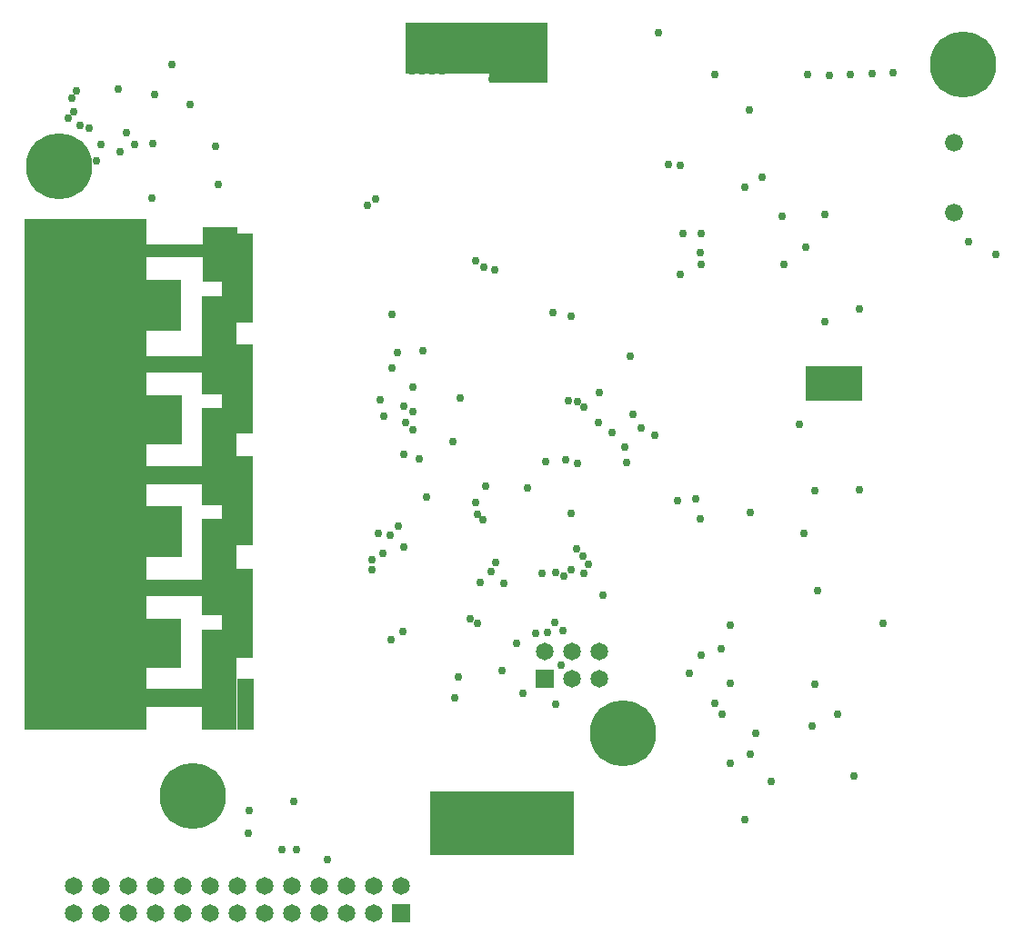
<source format=gbs>
%FSLAX25Y25*%
%MOIN*%
G70*
G01*
G75*
G04 Layer_Color=16711935*
%ADD10R,0.03543X0.02756*%
%ADD11R,0.02756X0.03543*%
%ADD12R,0.03150X0.03543*%
%ADD13R,0.01181X0.02559*%
%ADD14R,0.13780X0.08465*%
%ADD15R,0.05315X0.11024*%
%ADD16R,0.05906X0.13386*%
%ADD17R,0.03937X0.21654*%
%ADD18R,0.03347X0.01378*%
%ADD19R,0.02559X0.01181*%
%ADD20R,0.03543X0.03150*%
%ADD21C,0.03937*%
%ADD22R,0.13386X0.05906*%
%ADD23R,0.17716X0.03937*%
%ADD24R,0.12402X0.12402*%
%ADD25O,0.04134X0.00787*%
%ADD26O,0.00787X0.04134*%
%ADD27O,0.02362X0.08661*%
%ADD28R,0.21654X0.03937*%
%ADD29R,0.02756X0.13583*%
%ADD30R,0.25590X0.05709*%
%ADD31R,0.02362X0.04331*%
%ADD32R,0.01378X0.03543*%
%ADD33R,0.21850X0.21260*%
%ADD34R,0.03937X0.12008*%
%ADD35R,0.02362X0.03543*%
%ADD36R,0.03543X0.02362*%
%ADD37R,0.05118X0.07087*%
%ADD38R,0.07087X0.05118*%
%ADD39O,0.08661X0.02362*%
%ADD40R,0.04528X0.06890*%
%ADD41R,0.09055X0.12205*%
%ADD42R,0.00980X0.04331*%
%ADD43R,0.05000X0.11496*%
%ADD44R,0.11496X0.05000*%
%ADD45R,0.09449X0.06693*%
%ADD46O,0.01181X0.07087*%
%ADD47O,0.07087X0.01181*%
%ADD48R,0.15157X0.20276*%
%ADD49R,0.12205X0.07874*%
%ADD50R,0.03347X0.04134*%
%ADD51R,0.04134X0.03347*%
%ADD52R,0.03937X0.17716*%
%ADD53R,0.12598X0.03937*%
%ADD54R,0.01378X0.03347*%
%ADD55R,0.06890X0.04528*%
%ADD56C,0.00800*%
%ADD57C,0.01200*%
%ADD58C,0.00600*%
%ADD59C,0.02000*%
%ADD60C,0.01000*%
%ADD61C,0.02500*%
%ADD62C,0.01500*%
%ADD63R,0.10255X0.13405*%
%ADD64R,0.05906X0.05906*%
%ADD65C,0.05906*%
%ADD66C,0.23622*%
%ADD67C,0.06000*%
%ADD68C,0.02400*%
%ADD69C,0.04000*%
%ADD70C,0.05943*%
%ADD71C,0.05550*%
%ADD72C,0.03600*%
%ADD73C,0.14998*%
%ADD74C,0.00984*%
%ADD75C,0.02362*%
%ADD76C,0.01575*%
%ADD77C,0.00787*%
%ADD78R,0.06700X0.01600*%
%ADD79R,0.01600X0.06700*%
%ADD80R,0.12900X0.03400*%
%ADD81R,0.14400X0.11900*%
%ADD82R,0.04143X0.03356*%
%ADD83R,0.03356X0.04143*%
%ADD84R,0.03750X0.04143*%
%ADD85R,0.00630X0.02008*%
%ADD86R,0.14379X0.09065*%
%ADD87R,0.05915X0.11624*%
%ADD88R,0.05306X0.12786*%
%ADD89R,0.03337X0.21054*%
%ADD90R,0.02795X0.00827*%
%ADD91R,0.02008X0.00630*%
%ADD92R,0.04143X0.03750*%
%ADD93R,0.12786X0.05306*%
%ADD94R,0.17116X0.03337*%
%ADD95R,0.11402X0.11402*%
%ADD96O,0.03934X0.00587*%
%ADD97O,0.00587X0.03934*%
%ADD98O,0.02962X0.09261*%
%ADD99R,0.21054X0.03337*%
%ADD100R,0.02156X0.12983*%
%ADD101R,0.26191X0.06309*%
%ADD102R,0.02962X0.04931*%
%ADD103R,0.00827X0.02992*%
%ADD104R,0.22450X0.21860*%
%ADD105R,0.04537X0.12608*%
%ADD106R,0.02962X0.04143*%
%ADD107R,0.04143X0.02962*%
%ADD108R,0.04518X0.06487*%
%ADD109R,0.06487X0.04518*%
%ADD110O,0.08061X0.01762*%
%ADD111O,0.01762X0.08061*%
%ADD112R,0.05128X0.07490*%
%ADD113R,0.08455X0.11605*%
%ADD114R,0.00780X0.04131*%
%ADD115R,0.04400X0.10896*%
%ADD116R,0.10896X0.04400*%
%ADD117R,0.08849X0.06093*%
%ADD118O,0.01781X0.07687*%
%ADD119O,0.07687X0.01781*%
%ADD120R,0.15757X0.20876*%
%ADD121R,0.11605X0.07274*%
%ADD122R,0.03947X0.04734*%
%ADD123R,0.04734X0.03947*%
%ADD124R,0.03337X0.17116*%
%ADD125R,0.11998X0.03337*%
%ADD126R,0.00827X0.02795*%
%ADD127R,0.07490X0.05128*%
%ADD128R,0.01781X0.03159*%
%ADD129R,0.06506X0.13986*%
%ADD130R,0.04537X0.22253*%
%ADD131R,0.03947X0.01978*%
%ADD132R,0.03159X0.01781*%
%ADD133C,0.11811*%
%ADD134R,0.13986X0.06506*%
%ADD135R,0.18316X0.04537*%
%ADD136R,0.13002X0.13002*%
%ADD137O,0.04734X0.01387*%
%ADD138O,0.01387X0.04734*%
%ADD139R,0.22253X0.04537*%
%ADD140R,0.03356X0.14183*%
%ADD141R,0.01978X0.04143*%
%ADD142R,0.05718X0.07687*%
%ADD143R,0.07687X0.05718*%
%ADD144O,0.09261X0.02962*%
%ADD145R,0.09655X0.12805*%
%ADD146R,0.01580X0.04931*%
%ADD147R,0.05600X0.12096*%
%ADD148R,0.12096X0.05600*%
%ADD149R,0.10049X0.07293*%
%ADD150R,0.12805X0.08474*%
%ADD151R,0.04537X0.18316*%
%ADD152R,0.13198X0.04537*%
%ADD153R,0.01978X0.03947*%
%ADD154R,0.06506X0.06506*%
%ADD155C,0.06506*%
%ADD156C,0.24222*%
%ADD157C,0.06600*%
%ADD158C,0.03000*%
%ADD159R,0.05900X0.18500*%
%ADD160R,0.05900X0.32600*%
%ADD161R,0.14500X0.18600*%
%ADD162R,0.14500X0.18000*%
%ADD163R,0.14500X0.18200*%
%ADD164R,0.23700X0.05000*%
%ADD165R,0.23700X0.06100*%
%ADD166R,0.23700X0.06600*%
%ADD167R,0.23700X0.06200*%
%ADD168R,0.23700X0.06900*%
%ADD169R,0.44700X1.87200*%
%ADD170R,0.20600X0.13100*%
%ADD171R,0.12900X0.20400*%
%ADD172R,0.12900X0.36900*%
%ADD173R,0.05700X0.07300*%
%ADD174R,0.12800X0.20400*%
%ADD175R,0.05900X0.07300*%
%ADD176R,0.21400X0.03200*%
%ADD177R,0.52100X0.18900*%
%ADD178R,0.52600X0.23500*%
%ADD179R,0.13100X0.20400*%
D154*
X139900Y6500D02*
D03*
X192300Y92500D02*
D03*
D155*
X139900Y16500D02*
D03*
X129900Y6500D02*
D03*
Y16500D02*
D03*
X119900Y6500D02*
D03*
Y16500D02*
D03*
X109900Y6500D02*
D03*
Y16500D02*
D03*
X99900Y6500D02*
D03*
Y16500D02*
D03*
X89900Y6500D02*
D03*
Y16500D02*
D03*
X79900Y6500D02*
D03*
Y16500D02*
D03*
X69900Y6500D02*
D03*
Y16500D02*
D03*
X59900Y6500D02*
D03*
Y16500D02*
D03*
X49900Y6500D02*
D03*
Y16500D02*
D03*
X39900Y6500D02*
D03*
Y16500D02*
D03*
X29900Y6500D02*
D03*
Y16500D02*
D03*
X19900Y6500D02*
D03*
Y16500D02*
D03*
X212300Y102500D02*
D03*
Y92500D02*
D03*
X202300Y102500D02*
D03*
Y92500D02*
D03*
X192300Y102500D02*
D03*
D156*
X14300Y280600D02*
D03*
X345900Y318100D02*
D03*
X221000Y72600D02*
D03*
X63300Y49600D02*
D03*
D157*
X342400Y289195D02*
D03*
Y263605D02*
D03*
D158*
X77531Y90038D02*
D03*
Y85707D02*
D03*
Y81376D02*
D03*
X73200Y90038D02*
D03*
Y85707D02*
D03*
Y81376D02*
D03*
X68869Y90038D02*
D03*
Y85707D02*
D03*
Y81376D02*
D03*
Y122276D02*
D03*
Y126607D02*
D03*
Y130938D02*
D03*
X73200Y122276D02*
D03*
Y126607D02*
D03*
Y130938D02*
D03*
X77531Y122276D02*
D03*
Y126607D02*
D03*
Y130938D02*
D03*
Y171838D02*
D03*
Y167507D02*
D03*
Y163176D02*
D03*
X73200Y171838D02*
D03*
Y167507D02*
D03*
Y163176D02*
D03*
X68869Y171838D02*
D03*
Y167507D02*
D03*
Y163176D02*
D03*
Y204076D02*
D03*
Y208407D02*
D03*
Y212738D02*
D03*
X73200Y204076D02*
D03*
Y208407D02*
D03*
Y212738D02*
D03*
X77531Y204076D02*
D03*
Y208407D02*
D03*
Y212738D02*
D03*
Y253638D02*
D03*
Y249307D02*
D03*
Y244976D02*
D03*
X73200Y253638D02*
D03*
Y249307D02*
D03*
Y244976D02*
D03*
X68869Y253638D02*
D03*
Y249307D02*
D03*
Y244976D02*
D03*
X294249Y199004D02*
D03*
Y203335D02*
D03*
X298579Y199004D02*
D03*
Y203335D02*
D03*
X302910Y199004D02*
D03*
Y203335D02*
D03*
X357600Y248200D02*
D03*
X136200Y107100D02*
D03*
X176700Y95700D02*
D03*
X182200Y105600D02*
D03*
X167700Y112900D02*
D03*
X165000Y114500D02*
D03*
X177400Y127500D02*
D03*
X140300Y110000D02*
D03*
X83600Y36100D02*
D03*
X170000Y243600D02*
D03*
X174200Y242700D02*
D03*
X167000Y246000D02*
D03*
X188800Y30900D02*
D03*
X185100D02*
D03*
X181400D02*
D03*
X199900D02*
D03*
X196200D02*
D03*
X192500D02*
D03*
X188800Y34000D02*
D03*
X185100D02*
D03*
X181400D02*
D03*
X166800Y31000D02*
D03*
X199900Y34000D02*
D03*
X196200D02*
D03*
X192500D02*
D03*
X163100Y30900D02*
D03*
X159400D02*
D03*
X155700D02*
D03*
X152000D02*
D03*
X170500Y31000D02*
D03*
X188800Y49000D02*
D03*
X185100D02*
D03*
X181400D02*
D03*
X166800Y46000D02*
D03*
X199900Y49000D02*
D03*
X196200D02*
D03*
X192500D02*
D03*
X163100Y45900D02*
D03*
X159400D02*
D03*
X155700D02*
D03*
X152000D02*
D03*
X170500Y46000D02*
D03*
Y43000D02*
D03*
Y39900D02*
D03*
X152000Y42900D02*
D03*
X155700D02*
D03*
X159400D02*
D03*
X163100D02*
D03*
Y33800D02*
D03*
Y39800D02*
D03*
Y36800D02*
D03*
X159400D02*
D03*
Y39800D02*
D03*
X155700D02*
D03*
X152000D02*
D03*
Y36800D02*
D03*
X155700D02*
D03*
X159400Y33800D02*
D03*
X192500Y46000D02*
D03*
X196200D02*
D03*
X199900D02*
D03*
Y39900D02*
D03*
Y42900D02*
D03*
X196200D02*
D03*
X188800D02*
D03*
X192500D02*
D03*
Y39900D02*
D03*
Y36900D02*
D03*
X196200Y39900D02*
D03*
Y36900D02*
D03*
X199900D02*
D03*
X188800D02*
D03*
X185100Y39900D02*
D03*
Y36900D02*
D03*
X181400Y42900D02*
D03*
X188800Y39900D02*
D03*
X181400D02*
D03*
Y36900D02*
D03*
X170500D02*
D03*
Y33900D02*
D03*
X166800Y36900D02*
D03*
Y33900D02*
D03*
X185100Y42900D02*
D03*
X166800Y39900D02*
D03*
Y43000D02*
D03*
X181400Y46000D02*
D03*
X185100D02*
D03*
X188800D02*
D03*
X152000Y33800D02*
D03*
X155700D02*
D03*
X288748Y314348D02*
D03*
X320100Y314900D02*
D03*
X312500Y314600D02*
D03*
X280100Y244600D02*
D03*
X304400Y314400D02*
D03*
X296600Y314000D02*
D03*
X272100Y276800D02*
D03*
X279500Y262300D02*
D03*
X223600Y211100D02*
D03*
X221700Y177800D02*
D03*
X202200Y225700D02*
D03*
X130400Y268800D02*
D03*
X48500Y268900D02*
D03*
X267900Y65100D02*
D03*
X260300Y61781D02*
D03*
X161500Y195800D02*
D03*
X257000Y103500D02*
D03*
X112900Y26300D02*
D03*
X136500Y206500D02*
D03*
X132100Y194900D02*
D03*
X138700Y148500D02*
D03*
X135900Y145400D02*
D03*
X131500Y146100D02*
D03*
X129200Y136300D02*
D03*
X129000Y132500D02*
D03*
X192700Y172200D02*
D03*
X160600Y93400D02*
D03*
X292500Y124900D02*
D03*
X147900Y213000D02*
D03*
X149100Y159300D02*
D03*
X29600Y288600D02*
D03*
X42200Y288800D02*
D03*
X36000Y308900D02*
D03*
X245300Y94600D02*
D03*
X39000Y293000D02*
D03*
X25300Y294500D02*
D03*
X48700Y288900D02*
D03*
X71800Y288100D02*
D03*
X62500Y303400D02*
D03*
X49300Y307000D02*
D03*
X127500Y266200D02*
D03*
X174500Y135300D02*
D03*
X169800Y150900D02*
D03*
X172900Y131900D02*
D03*
X136300Y226300D02*
D03*
X195400Y227100D02*
D03*
X234100Y329600D02*
D03*
X237700Y281400D02*
D03*
X200000Y172900D02*
D03*
X204400Y171800D02*
D03*
X295000Y263100D02*
D03*
X242100Y281000D02*
D03*
X267500Y301300D02*
D03*
X213600Y123300D02*
D03*
X201175Y194700D02*
D03*
X204500Y194400D02*
D03*
X206600Y192200D02*
D03*
X217000Y183000D02*
D03*
X287400Y146000D02*
D03*
X224800Y189800D02*
D03*
X260300Y112200D02*
D03*
X316300Y112900D02*
D03*
X186200Y162500D02*
D03*
X184300Y87200D02*
D03*
X307800Y228200D02*
D03*
X295100Y223700D02*
D03*
X291500Y161500D02*
D03*
X285800Y185900D02*
D03*
X307800Y162000D02*
D03*
X55682Y317900D02*
D03*
X19765Y300565D02*
D03*
X17643Y298443D02*
D03*
X20742Y308187D02*
D03*
X19043Y305643D02*
D03*
X22000Y295600D02*
D03*
X28000Y282600D02*
D03*
X36600Y286100D02*
D03*
X138500Y212300D02*
D03*
X140700Y175000D02*
D03*
X133300Y189100D02*
D03*
X144200Y199800D02*
D03*
Y190600D02*
D03*
X140600Y192800D02*
D03*
X144000Y184000D02*
D03*
X141500Y186800D02*
D03*
X146500Y173200D02*
D03*
X168783Y127983D02*
D03*
X159300Y85700D02*
D03*
X84000Y44200D02*
D03*
X140900Y141000D02*
D03*
X133200Y138500D02*
D03*
X189100Y109200D02*
D03*
X291300Y90800D02*
D03*
X275500Y54900D02*
D03*
X254700Y83500D02*
D03*
X257500Y79800D02*
D03*
X305900Y56900D02*
D03*
X260400Y91100D02*
D03*
X267753Y153700D02*
D03*
X241000Y158000D02*
D03*
X247700Y158500D02*
D03*
X167700Y153100D02*
D03*
X167200Y157300D02*
D03*
X204000Y140300D02*
D03*
X202200Y153400D02*
D03*
X158900Y179700D02*
D03*
X212000Y186700D02*
D03*
X212400Y197500D02*
D03*
X199000Y110400D02*
D03*
X196100Y113200D02*
D03*
X196500Y83400D02*
D03*
X193400Y109600D02*
D03*
X198400Y97600D02*
D03*
X147300Y318700D02*
D03*
X143600D02*
D03*
X180500Y327900D02*
D03*
X176800D02*
D03*
X173100D02*
D03*
X158400D02*
D03*
Y324800D02*
D03*
X176800D02*
D03*
X158400Y318800D02*
D03*
Y321800D02*
D03*
X162100Y318800D02*
D03*
Y321800D02*
D03*
X173100Y318800D02*
D03*
Y321800D02*
D03*
X180500D02*
D03*
X173100Y324800D02*
D03*
X176800Y318800D02*
D03*
Y321800D02*
D03*
X180500Y318800D02*
D03*
X191600D02*
D03*
X187900D02*
D03*
Y321800D02*
D03*
X184200Y318800D02*
D03*
Y321800D02*
D03*
Y324800D02*
D03*
X180500D02*
D03*
X187900D02*
D03*
X191600D02*
D03*
Y321800D02*
D03*
Y327900D02*
D03*
X187900D02*
D03*
X184200D02*
D03*
X151000Y318700D02*
D03*
X147300Y321700D02*
D03*
X143600D02*
D03*
Y324700D02*
D03*
X147300D02*
D03*
X151000D02*
D03*
Y321700D02*
D03*
X154700D02*
D03*
Y324700D02*
D03*
Y318700D02*
D03*
Y327800D02*
D03*
X151000D02*
D03*
X147300D02*
D03*
X143600D02*
D03*
X162100Y324800D02*
D03*
Y327900D02*
D03*
Y330900D02*
D03*
X143600Y330800D02*
D03*
X147300D02*
D03*
X151000D02*
D03*
X154700D02*
D03*
X184200Y330900D02*
D03*
X187900D02*
D03*
X191600D02*
D03*
X158400D02*
D03*
X173100D02*
D03*
X176800D02*
D03*
X180500D02*
D03*
X162100Y315900D02*
D03*
X143600Y315800D02*
D03*
X147300D02*
D03*
X151000D02*
D03*
X154700D02*
D03*
X184200Y315900D02*
D03*
X187900D02*
D03*
X191600D02*
D03*
X158400D02*
D03*
X173100D02*
D03*
X176800D02*
D03*
X180500D02*
D03*
X184200Y312800D02*
D03*
X187900D02*
D03*
X191600D02*
D03*
X173100D02*
D03*
X176800D02*
D03*
X180500D02*
D03*
X290300Y75300D02*
D03*
X269900Y72600D02*
D03*
X299900Y79800D02*
D03*
X191300Y131300D02*
D03*
X202200Y132700D02*
D03*
X208300Y134800D02*
D03*
X199500Y130400D02*
D03*
X196500Y131600D02*
D03*
X206500Y137800D02*
D03*
X254800Y314200D02*
D03*
X347700Y253000D02*
D03*
X100400Y47600D02*
D03*
X96200Y29900D02*
D03*
X101400D02*
D03*
X249300Y151300D02*
D03*
X249800Y101300D02*
D03*
X170600Y163300D02*
D03*
X206700Y131200D02*
D03*
X227800Y184800D02*
D03*
X222500Y171900D02*
D03*
X232800Y182000D02*
D03*
X288159Y251041D02*
D03*
X265670Y272867D02*
D03*
X265800Y41000D02*
D03*
X243100Y256100D02*
D03*
X249300Y248900D02*
D03*
X249700Y256100D02*
D03*
Y244700D02*
D03*
X242000Y240900D02*
D03*
X72900Y274000D02*
D03*
D159*
X82650Y83250D02*
D03*
D160*
X82450Y116600D02*
D03*
Y158100D02*
D03*
X82550Y199000D02*
D03*
Y239600D02*
D03*
D161*
X51850Y229700D02*
D03*
X52150Y146600D02*
D03*
D162*
X51950Y187700D02*
D03*
D163*
X51650Y105500D02*
D03*
D164*
X56650Y249700D02*
D03*
D165*
X55250Y208150D02*
D03*
D166*
X55750Y167400D02*
D03*
D167*
X55950Y126000D02*
D03*
D168*
X56250Y85550D02*
D03*
D169*
X24050Y167500D02*
D03*
D170*
X298300Y200950D02*
D03*
D171*
X73250Y125900D02*
D03*
Y141200D02*
D03*
Y223000D02*
D03*
D172*
Y92450D02*
D03*
D173*
X76850Y112950D02*
D03*
D174*
X73200Y166400D02*
D03*
Y207100D02*
D03*
Y181900D02*
D03*
D175*
X76950Y153450D02*
D03*
Y194150D02*
D03*
Y235250D02*
D03*
D176*
X182700Y312900D02*
D03*
D177*
X167450Y323950D02*
D03*
D178*
X176900Y39750D02*
D03*
D179*
X73350Y248200D02*
D03*
M02*

</source>
